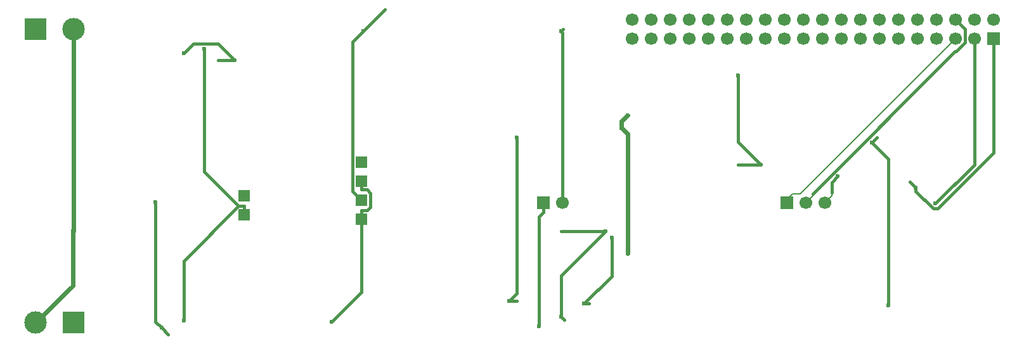
<source format=gbr>
%TF.GenerationSoftware,KiCad,Pcbnew,9.0.2*%
%TF.CreationDate,2025-06-30T21:03:27+02:00*%
%TF.ProjectId,evac,65766163-2e6b-4696-9361-645f70636258,rev?*%
%TF.SameCoordinates,Original*%
%TF.FileFunction,Copper,L2,Bot*%
%TF.FilePolarity,Positive*%
%FSLAX46Y46*%
G04 Gerber Fmt 4.6, Leading zero omitted, Abs format (unit mm)*
G04 Created by KiCad (PCBNEW 9.0.2) date 2025-06-30 21:03:27*
%MOMM*%
%LPD*%
G01*
G04 APERTURE LIST*
%TA.AperFunction,ComponentPad*%
%ADD10R,3.000000X3.000000*%
%TD*%
%TA.AperFunction,ComponentPad*%
%ADD11C,3.000000*%
%TD*%
%TA.AperFunction,ComponentPad*%
%ADD12R,1.700000X1.700000*%
%TD*%
%TA.AperFunction,ComponentPad*%
%ADD13C,1.700000*%
%TD*%
%TA.AperFunction,ComponentPad*%
%ADD14R,1.500000X1.500000*%
%TD*%
%TA.AperFunction,ViaPad*%
%ADD15C,0.600000*%
%TD*%
%TA.AperFunction,Conductor*%
%ADD16C,0.200000*%
%TD*%
%TA.AperFunction,Conductor*%
%ADD17C,0.400000*%
%TD*%
%TA.AperFunction,Conductor*%
%ADD18C,0.600000*%
%TD*%
G04 APERTURE END LIST*
D10*
%TO.P,J7,1,Pin_1*%
%TO.N,GND*%
X91915000Y-121825000D03*
D11*
%TO.P,J7,2,Pin_2*%
%TO.N,+12V*%
X86835000Y-121825000D03*
%TD*%
D12*
%TO.P,J4,1,Pin_1*%
%TO.N,Net-(J3-Pin_5)*%
X187110000Y-105750000D03*
D13*
%TO.P,J4,2,Pin_2*%
%TO.N,Net-(J3-Pin_6)*%
X189650000Y-105750000D03*
%TO.P,J4,3,Pin_3*%
%TO.N,GND*%
X192190000Y-105750000D03*
%TD*%
D12*
%TO.P,J3,1,Pin_1*%
%TO.N,Net-(J3-Pin_1)*%
X214725000Y-83825000D03*
D13*
%TO.P,J3,2,Pin_2*%
%TO.N,Net-(J3-Pin_2)*%
X214725000Y-81285000D03*
%TO.P,J3,3,Pin_3*%
%TO.N,Net-(J3-Pin_3)*%
X212185000Y-83825000D03*
%TO.P,J3,4,Pin_4*%
%TO.N,Net-(J2-Pin_2)*%
X212185000Y-81285000D03*
%TO.P,J3,5,Pin_5*%
%TO.N,Net-(J3-Pin_5)*%
X209645000Y-83825000D03*
%TO.P,J3,6,Pin_6*%
%TO.N,Net-(J3-Pin_6)*%
X209645000Y-81285000D03*
%TO.P,J3,7,Pin_7*%
%TO.N,unconnected-(J3-Pin_7-Pad7)*%
X207105000Y-83825000D03*
%TO.P,J3,8,Pin_8*%
%TO.N,unconnected-(J3-Pin_8-Pad8)*%
X207105000Y-81285000D03*
%TO.P,J3,9,Pin_9*%
%TO.N,unconnected-(J3-Pin_9-Pad9)*%
X204565000Y-83825000D03*
%TO.P,J3,10,Pin_10*%
%TO.N,unconnected-(J3-Pin_10-Pad10)*%
X204565000Y-81285000D03*
%TO.P,J3,11,Pin_11*%
%TO.N,unconnected-(J3-Pin_11-Pad11)*%
X202025000Y-83825000D03*
%TO.P,J3,12,Pin_12*%
%TO.N,unconnected-(J3-Pin_12-Pad12)*%
X202025000Y-81285000D03*
%TO.P,J3,13,Pin_13*%
%TO.N,unconnected-(J3-Pin_13-Pad13)*%
X199485000Y-83825000D03*
%TO.P,J3,14,Pin_14*%
%TO.N,unconnected-(J3-Pin_14-Pad14)*%
X199485000Y-81285000D03*
%TO.P,J3,15,Pin_15*%
%TO.N,unconnected-(J3-Pin_15-Pad15)*%
X196945000Y-83825000D03*
%TO.P,J3,16,Pin_16*%
%TO.N,unconnected-(J3-Pin_16-Pad16)*%
X196945000Y-81285000D03*
%TO.P,J3,17,Pin_17*%
%TO.N,unconnected-(J3-Pin_17-Pad17)*%
X194405000Y-83825000D03*
%TO.P,J3,18,Pin_18*%
%TO.N,unconnected-(J3-Pin_18-Pad18)*%
X194405000Y-81285000D03*
%TO.P,J3,19,Pin_19*%
%TO.N,unconnected-(J3-Pin_19-Pad19)*%
X191865000Y-83825000D03*
%TO.P,J3,20,Pin_20*%
%TO.N,unconnected-(J3-Pin_20-Pad20)*%
X191865000Y-81285000D03*
%TO.P,J3,21,Pin_21*%
%TO.N,unconnected-(J3-Pin_21-Pad21)*%
X189325000Y-83825000D03*
%TO.P,J3,22,Pin_22*%
%TO.N,unconnected-(J3-Pin_22-Pad22)*%
X189325000Y-81285000D03*
%TO.P,J3,23,Pin_23*%
%TO.N,unconnected-(J3-Pin_23-Pad23)*%
X186785000Y-83825000D03*
%TO.P,J3,24,Pin_24*%
%TO.N,unconnected-(J3-Pin_24-Pad24)*%
X186785000Y-81285000D03*
%TO.P,J3,25,Pin_25*%
%TO.N,unconnected-(J3-Pin_25-Pad25)*%
X184245000Y-83825000D03*
%TO.P,J3,26,Pin_26*%
%TO.N,unconnected-(J3-Pin_26-Pad26)*%
X184245000Y-81285000D03*
%TO.P,J3,27,Pin_27*%
%TO.N,unconnected-(J3-Pin_27-Pad27)*%
X181705000Y-83825000D03*
%TO.P,J3,28,Pin_28*%
%TO.N,unconnected-(J3-Pin_28-Pad28)*%
X181705000Y-81285000D03*
%TO.P,J3,29,Pin_29*%
%TO.N,unconnected-(J3-Pin_29-Pad29)*%
X179165000Y-83825000D03*
%TO.P,J3,30,Pin_30*%
%TO.N,unconnected-(J3-Pin_30-Pad30)*%
X179165000Y-81285000D03*
%TO.P,J3,31,Pin_31*%
%TO.N,unconnected-(J3-Pin_31-Pad31)*%
X176625000Y-83825000D03*
%TO.P,J3,32,Pin_32*%
%TO.N,unconnected-(J3-Pin_32-Pad32)*%
X176625000Y-81285000D03*
%TO.P,J3,33,Pin_33*%
%TO.N,unconnected-(J3-Pin_33-Pad33)*%
X174085000Y-83825000D03*
%TO.P,J3,34,Pin_34*%
%TO.N,unconnected-(J3-Pin_34-Pad34)*%
X174085000Y-81285000D03*
%TO.P,J3,35,Pin_35*%
%TO.N,unconnected-(J3-Pin_35-Pad35)*%
X171545000Y-83825000D03*
%TO.P,J3,36,Pin_36*%
%TO.N,unconnected-(J3-Pin_36-Pad36)*%
X171545000Y-81285000D03*
%TO.P,J3,37,Pin_37*%
%TO.N,unconnected-(J3-Pin_37-Pad37)*%
X169005000Y-83825000D03*
%TO.P,J3,38,Pin_38*%
%TO.N,unconnected-(J3-Pin_38-Pad38)*%
X169005000Y-81285000D03*
%TO.P,J3,39,Pin_39*%
%TO.N,unconnected-(J3-Pin_39-Pad39)*%
X166465000Y-83825000D03*
%TO.P,J3,40,Pin_40*%
%TO.N,unconnected-(J3-Pin_40-Pad40)*%
X166465000Y-81285000D03*
%TD*%
D14*
%TO.P,KR1,1,+5V_TOP_LED*%
%TO.N,Net-(J3-Pin_1)*%
X130350000Y-100350000D03*
%TO.P,KR1,2,GND_TOP_LED*%
%TO.N,GND*%
X130350000Y-102890000D03*
%TO.P,KR1,3,+5V_BOTTOM_LED*%
%TO.N,Net-(J3-Pin_2)*%
X130350000Y-105430000D03*
%TO.P,KR1,4,GND_BOTTOM_LED*%
%TO.N,GND*%
X130350000Y-107970000D03*
%TO.P,KR1,5,SW_IN*%
%TO.N,Net-(J3-Pin_3)*%
X114650000Y-104850000D03*
%TO.P,KR1,6,SW_OUT*%
%TO.N,GND*%
X114650000Y-107390000D03*
%TD*%
D12*
%TO.P,J2,1,Pin_1*%
%TO.N,GND*%
X154625000Y-105800000D03*
D13*
%TO.P,J2,2,Pin_2*%
%TO.N,Net-(J2-Pin_2)*%
X157165000Y-105800000D03*
%TD*%
D10*
%TO.P,J1,1,Pin_1*%
%TO.N,GND*%
X86820000Y-82600000D03*
D11*
%TO.P,J1,2,Pin_2*%
%TO.N,+12V*%
X91900000Y-82600000D03*
%TD*%
D15*
%TO.N,Net-(D22-K)*%
X150020000Y-118930400D03*
X151027500Y-97032800D03*
%TO.N,Net-(J3-Pin_3)*%
X206987200Y-105867300D03*
%TO.N,Net-(J3-Pin_2)*%
X130576100Y-82852400D03*
%TO.N,Net-(J3-Pin_1)*%
X204342100Y-103787300D03*
%TO.N,Net-(J2-Pin_2)*%
X156954100Y-82852400D03*
%TO.N,GND*%
X153990800Y-122297200D03*
X193888600Y-102256300D03*
X109361300Y-85247000D03*
X126359000Y-121691300D03*
X106578000Y-121545700D03*
X183623800Y-100665200D03*
X180583600Y-88742000D03*
%TO.N,Net-(D18-K)*%
X156954100Y-121029800D03*
X162880700Y-109571600D03*
%TO.N,Net-(D17-K)*%
X163724500Y-110416800D03*
X160049900Y-119252100D03*
%TO.N,Net-(D13-K)*%
X103614700Y-122478100D03*
X102801200Y-105736000D03*
%TO.N,Net-(D12-K)*%
X198513000Y-97769200D03*
X200685500Y-119516800D03*
%TO.N,Net-(D3-K)*%
X113409100Y-86728500D03*
X106625600Y-85845600D03*
%TO.N,+12V*%
X91761500Y-109571600D03*
X165844000Y-94093100D03*
X165046300Y-95777500D03*
X165844000Y-112540400D03*
%TD*%
D16*
%TO.N,Net-(J3-Pin_5)*%
X187900000Y-104600000D02*
X188870000Y-104600000D01*
X187110000Y-105390000D02*
X187900000Y-104600000D01*
X187110000Y-105750000D02*
X187110000Y-105390000D01*
X188870000Y-104600000D02*
X209645000Y-83825000D01*
%TO.N,Net-(J3-Pin_6)*%
X190565000Y-104835000D02*
X190565000Y-104569300D01*
X189650000Y-105750000D02*
X190565000Y-104835000D01*
%TO.N,GND*%
X193105000Y-104835000D02*
X193105000Y-104400000D01*
X192190000Y-105750000D02*
X193105000Y-104835000D01*
D17*
X193105000Y-103039900D02*
X193105000Y-104400000D01*
%TO.N,Net-(J3-Pin_6)*%
X209583000Y-85551300D02*
X190565000Y-104569300D01*
X209740800Y-85551300D02*
X209583000Y-85551300D01*
X210915000Y-84377100D02*
X209740800Y-85551300D01*
X210915000Y-82555000D02*
X210915000Y-84377100D01*
X209645000Y-81285000D02*
X210915000Y-82555000D01*
%TO.N,Net-(D22-K)*%
X151027500Y-117922900D02*
X151027500Y-97032800D01*
X150020000Y-118930400D02*
X151027500Y-117922900D01*
X150020000Y-118930400D02*
X151027500Y-118930400D01*
X151027500Y-118930400D02*
X150020000Y-118930400D01*
%TO.N,Net-(J3-Pin_3)*%
X212185000Y-100669500D02*
X212185000Y-83825000D01*
X206987200Y-105867300D02*
X212185000Y-100669500D01*
%TO.N,Net-(J3-Pin_2)*%
X129177200Y-104257200D02*
X130350000Y-105430000D01*
X129177200Y-84251300D02*
X129177200Y-104257200D01*
X130576100Y-82852400D02*
X129177200Y-84251300D01*
X130576100Y-82852400D02*
X133426800Y-80001700D01*
X133426800Y-80001700D02*
X130576100Y-82852400D01*
%TO.N,Net-(J3-Pin_1)*%
X204342100Y-104263900D02*
X204342100Y-103787300D01*
X206667000Y-106588800D02*
X204342100Y-104263900D01*
X207265000Y-106588800D02*
X206667000Y-106588800D01*
X214725000Y-99128800D02*
X207265000Y-106588800D01*
X214725000Y-83825000D02*
X214725000Y-99128800D01*
X204342100Y-103787300D02*
X203585100Y-103030300D01*
X203585100Y-103030300D02*
X204342100Y-103787300D01*
%TO.N,Net-(J2-Pin_2)*%
X157165000Y-83063300D02*
X156954100Y-82852400D01*
X157165000Y-105800000D02*
X157165000Y-83063300D01*
X156954100Y-82852400D02*
X157251500Y-82555000D01*
X157251500Y-82555000D02*
X156954100Y-82852400D01*
%TO.N,GND*%
X131069900Y-106818300D02*
X130350000Y-106818300D01*
X131501700Y-106386500D02*
X131069900Y-106818300D01*
X131501700Y-104473500D02*
X131501700Y-106386500D01*
X131069900Y-104041700D02*
X131501700Y-104473500D01*
X130350000Y-104041700D02*
X131069900Y-104041700D01*
X130350000Y-102890000D02*
X130350000Y-104041700D01*
X153990800Y-107685900D02*
X154625000Y-107051700D01*
X153990800Y-122297200D02*
X153990800Y-107685900D01*
X154625000Y-105800000D02*
X154625000Y-107051700D01*
X193888600Y-102256300D02*
X193105000Y-103039900D01*
X114650000Y-107390000D02*
X114650000Y-106238300D01*
X130350000Y-107394100D02*
X130350000Y-106818300D01*
X130350000Y-107394100D02*
X130350000Y-107970000D01*
X130350000Y-117700300D02*
X126359000Y-121691300D01*
X130350000Y-107970000D02*
X130350000Y-117700300D01*
X109361300Y-100766900D02*
X109361300Y-85245400D01*
X109361300Y-100849600D02*
X109361300Y-100766900D01*
X109361300Y-101669400D02*
X109361300Y-100849600D01*
X106578000Y-113590500D02*
X106578000Y-121545700D01*
X113930200Y-106238300D02*
X106578000Y-113590500D01*
X114650000Y-106238300D02*
X113930200Y-106238300D01*
X113930200Y-106238300D02*
X109361300Y-101669400D01*
X180583600Y-97625000D02*
X180583600Y-88742000D01*
X183623800Y-100665200D02*
X180583600Y-97625000D01*
X183623800Y-100665200D02*
X180583600Y-100665200D01*
X180583600Y-100665200D02*
X183623800Y-100665200D01*
X109361300Y-85245400D02*
X109361300Y-85247000D01*
%TO.N,Net-(D18-K)*%
X156954100Y-121029800D02*
X157379500Y-121455200D01*
X157379500Y-121455200D02*
X156954100Y-121029800D01*
X156954100Y-115498200D02*
X156954100Y-121029800D01*
X162880700Y-109571600D02*
X156954100Y-115498200D01*
X162880700Y-109571600D02*
X156954100Y-109571600D01*
X156954100Y-109571600D02*
X162880700Y-109571600D01*
%TO.N,Net-(D17-K)*%
X163724500Y-115577500D02*
X160049900Y-119252100D01*
X163724500Y-110416800D02*
X163724500Y-115577500D01*
X160049900Y-119252100D02*
X160728600Y-119252100D01*
X160728600Y-119252100D02*
X160049900Y-119252100D01*
%TO.N,Net-(D13-K)*%
X102801200Y-121664600D02*
X102801200Y-105736000D01*
X103614700Y-122478100D02*
X102801200Y-121664600D01*
X103614700Y-122478100D02*
X104508100Y-123371500D01*
X104508100Y-123371500D02*
X103614700Y-122478100D01*
%TO.N,Net-(D12-K)*%
X200685500Y-99941700D02*
X200685500Y-119516800D01*
X198513000Y-97769200D02*
X200685500Y-99941700D01*
X198513000Y-97769200D02*
X199182200Y-97100000D01*
X199182200Y-97100000D02*
X198513000Y-97769200D01*
%TO.N,Net-(D3-K)*%
X107926000Y-84545200D02*
X106625600Y-85845600D01*
X111225800Y-84545200D02*
X107926000Y-84545200D01*
X113409100Y-86728500D02*
X111225800Y-84545200D01*
X113409100Y-86728500D02*
X111225800Y-86728500D01*
X111225800Y-86728500D02*
X113409100Y-86728500D01*
D18*
%TO.N,+12V*%
X91900000Y-82600000D02*
X91900000Y-100480000D01*
X91900000Y-100480000D02*
X91900000Y-100604200D01*
X91900000Y-100604200D02*
X91900000Y-100618500D01*
X91900000Y-109571600D02*
X91761500Y-109571600D01*
X91900000Y-100618500D02*
X91900000Y-109571600D01*
X91761500Y-116898500D02*
X86835000Y-121825000D01*
X91761500Y-109571600D02*
X91761500Y-116898500D01*
X165046300Y-94890800D02*
X165046300Y-95777500D01*
X165844000Y-94093100D02*
X165046300Y-94890800D01*
X165844000Y-96575200D02*
X165844000Y-112540400D01*
X165046300Y-95777500D02*
X165844000Y-96575200D01*
%TD*%
M02*

</source>
